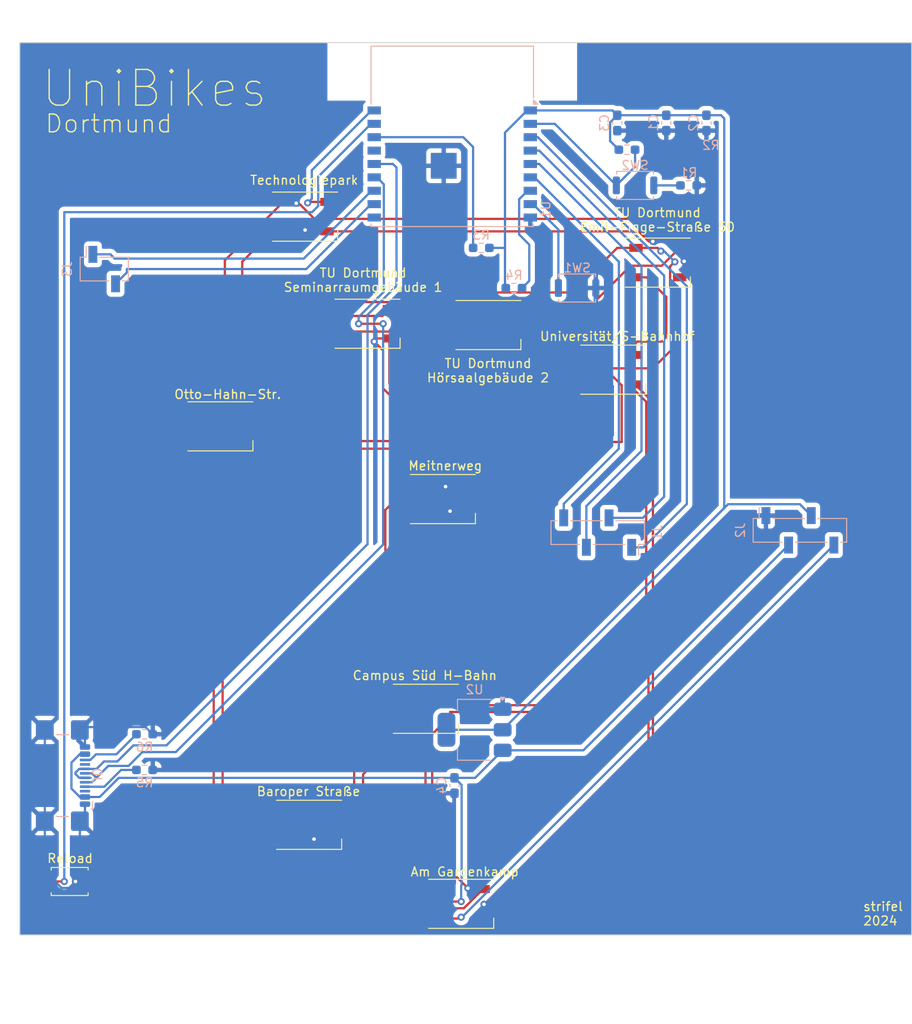
<source format=kicad_pcb>
(kicad_pcb (version 20240108) (generator "pcbnew") (generator_version "8.0")
  (layers (0 "F.Cu" signal) (31 "B.Cu" signal) (34 "B.Paste" user) (35 "F.Paste" user) (36 "B.SilkS" user "B.Silkscreen") (37 "F.SilkS" user "F.Silkscreen") (38 "B.Mask" user) (39 "F.Mask" user) (44 "Edge.Cuts" user))
  (net 0 "")
  (net 1 "Net-(D1-VDD)")
  (net 2 "Net-(D1-DOUT)")
  (net 3 "Net-(D1-DIN)")
  (net 4 "Net-(D2-DOUT)")
  (net 5 "Net-(D3-DOUT)")
  (net 6 "Net-(D10-DIN)")
  (net 7 "Net-(D5-DOUT)")
  (net 8 "Net-(D10-DOUT)")
  (net 9 "Net-(D6-DOUT)")
  (net 10 "Net-(D7-DOUT)")
  (net 11 "Net-(D2-DIN)")
  (net 12 "Net-(D4-DOUT)")
  (net 13 "Net-(U1-IO19)")
  (net 14 "Net-(J0-CC1)")
  (net 15 "Net-(U1-IO18)")
  (net 18 "Net-(J0-CC2)")
  (net 19 "Net-(J1-Pin_2)")
  (net 20 "Net-(J1-Pin_4)")
  (net 21 "Net-(J1-Pin_1)")
  (net 22 "Net-(J1-Pin_3)")
  (net 23 "Net-(J3-Pin_2)")
  (net 24 "Net-(J3-Pin_1)")
  (net 25 "Net-(R1-Pad2)")
  (net 26 "Net-(U1-EN)")
  (net 27 "Net-(U1-IO2)")
  (net 28 "Net-(U1-IO8)")
  (net 29 "Net-(U1-IO9)")
  (net 30 "Net-(U1-IO1)")
  (net 33 "Net-(J2-Pin_3)")
  (net 34 "GND")
  (footprint "LED_SMD:LED_WS2812B_PLCC4_5.0x5.0mm_P3.2mm" (layer "F.Cu") (at 151.55 80.15)
    (property "Reference" "D7" (hide yes))
    (property "Value" "WS2812B")
  )
  (footprint "LED_SMD:LED_WS2812B_PLCC4_5.0x5.0mm_P3.2mm" (layer "F.Cu") (at 144.55 123.15)
    (property "Reference" "D6" (hide yes))
    (property "Value" "WS2812B")
  )
  (footprint "LED_SMD:LED_WS2812B_PLCC4_5.0x5.0mm_P3.2mm" (layer "F.Cu") (at 170.55 73.15)
    (property "Reference" "D9" (hide yes))
    (property "Value" "WS2812B")
  )
  (footprint "Button_Switch_SMD:SW_Push_SPST_NO_Alps_SKRK" (layer "F.Cu") (at 104.6 142.5)
    (property "Reference" "SW3" (hide yes))
    (property "Value" "SW_Push")
  )
  (footprint "LED_SMD:LED_WS2812B_PLCC4_5.0x5.0mm_P3.2mm" (layer "F.Cu") (at 121.5 91.5)
    (property "Reference" "D4" (hide yes))
    (property "Value" "WS2812B")
  )
  (footprint "LED_SMD:LED_WS2812B_PLCC4_5.0x5.0mm_P3.2mm" (layer "F.Cu") (at 148.5 145)
    (property "Reference" "D10" (hide yes))
    (property "Value" "WS2812B")
  )
  (footprint "LED_SMD:LED_WS2812B_PLCC4_5.0x5.0mm_P3.2mm" (layer "F.Cu") (at 131 68)
    (property "Reference" "D1" (hide yes))
    (property "Value" "WS2812B")
  )
  (footprint "LED_SMD:LED_WS2812B_PLCC4_5.0x5.0mm_P3.2mm" (layer "F.Cu") (at 146.45 99.65)
    (property "Reference" "D3" (hide yes))
    (property "Value" "WS2812B")
  )
  (footprint "LED_SMD:LED_WS2812B_PLCC4_5.0x5.0mm_P3.2mm" (layer "F.Cu") (at 165.55 85.15)
    (property "Reference" "D2" (hide yes))
    (property "Value" "WS2812B")
  )
  (footprint "LED_SMD:LED_WS2812B_PLCC4_5.0x5.0mm_P3.2mm" (layer "F.Cu") (at 131.45 136.15)
    (property "Reference" "D8" (hide yes))
    (property "Value" "WS2812B")
  )
  (footprint "LED_SMD:LED_WS2812B_PLCC4_5.0x5.0mm_P3.2mm" (layer "F.Cu") (at 138 80)
    (property "Reference" "D5" (hide yes))
    (property "Value" "WS2812B")
  )
  (footprint "Button_Switch_SMD:SW_Push_SPST_NO_Alps_SKRK" (layer "B.Cu") (at 161.5 76 180)
    (property "Reference" "SW1")
    (property "Value" "SW_Push")
  )
  (footprint "Button_Switch_SMD:SW_Push_SPST_NO_Alps_SKRK" (layer "B.Cu") (at 168 64.5 180)
    (property "Reference" "SW2")
    (property "Value" "SW_Push")
  )
  (footprint "Resistor_SMD:R_0603_1608Metric_Pad0.98x0.95mm_HandSolder" (layer "B.Cu") (at 167.0875 60.5 180)
    (property "Reference" "R2")
    (property "Value" "10k")
  )
  (footprint "Connector_USB:USB_C_Receptacle_GCT_USB4110" (layer "B.Cu") (at 102.637519 130.631344 90)
    (property "Reference" "J0")
    (property "Value" "USB_C_Receptacle_USB2.0")
  )
  (footprint "Resistor_SMD:R_0603_1608Metric_Pad0.98x0.95mm_HandSolder" (layer "B.Cu") (at 150.75 71.5 180)
    (property "Reference" "R3")
    (property "Value" "10k")
  )
  (footprint "RF_Module:ESP32-C3-WROOM-02" (layer "B.Cu") (at 147.5 62.1 180)
    (property "Reference" "U1")
    (property "Value" "ESP32-C3")
  )
  (footprint "Connector_PinSocket_2.54mm:PinSocket_1x04_P2.54mm_Vertical_SMD_Pin1Left" (layer "B.Cu") (at 186.48 103.15 -90)
    (property "Reference" "J2")
    (property "Value" "Conn_01x04_Pin")
  )
  (footprint "Resistor_SMD:R_0603_1608Metric_Pad0.98x0.95mm_HandSolder" (layer "B.Cu") (at 154.4125 76 180)
    (property "Reference" "R4")
    (property "Value" "10k")
  )
  (footprint "Capacitor_SMD:C_0603_1608Metric_Pad1.08x0.95mm_HandSolder" (layer "B.Cu") (at 147.75 131.75 -90)
    (property "Reference" "C4")
    (property "Value" "10 uF")
  )
  (footprint "Connector_PinSocket_2.54mm:PinSocket_1x04_P2.54mm_Vertical_SMD_Pin1Left" (layer "B.Cu") (at 163.81 103.405 90)
    (property "Reference" "J1")
    (property "Value" "Conn_01x04_Pin")
  )
  (footprint "Resistor_SMD:R_0603_1608Metric_Pad0.98x0.95mm_HandSolder" (layer "B.Cu") (at 113 126)
    (property "Reference" "R6")
    (property "Value" "5.1k")
  )
  (footprint "Connector_PinSocket_2.54mm:PinSocket_1x02_P2.54mm_Vertical_SMD_Pin1Left" (layer "B.Cu") (at 108.475 73.875 -90)
    (property "Reference" "J3")
    (property "Value" "Conn_01x02_Pin")
  )
  (footprint "Package_TO_SOT_SMD:SOT-223-3_TabPin2" (layer "B.Cu") (at 150 125.5 180)
    (property "Reference" "U2")
    (property "Value" "TLV1117-33")
  )
  (footprint "Capacitor_SMD:C_0603_1608Metric_Pad1.08x0.95mm_HandSolder" (layer "B.Cu") (at 166 57.5 -90)
    (property "Reference" "C3")
    (property "Value" "100nF")
  )
  (footprint "Capacitor_SMD:C_0603_1608Metric_Pad1.08x0.95mm_HandSolder" (layer "B.Cu") (at 171.5 57.5 -90)
    (property "Reference" "C1")
    (property "Value" "10 uF")
  )
  (footprint "Resistor_SMD:R_0603_1608Metric_Pad0.98x0.95mm_HandSolder" (layer "B.Cu") (at 174 64.5 180)
    (property "Reference" "R1")
    (property "Value" "1k")
  )
  (footprint "Resistor_SMD:R_0603_1608Metric_Pad0.98x0.95mm_HandSolder" (layer "B.Cu") (at 113 130)
    (property "Reference" "R5")
    (property "Value" "5.1k")
  )
  (footprint "Capacitor_SMD:C_0603_1608Metric_Pad1.08x0.95mm_HandSolder" (layer "B.Cu") (at 176 57.5 -90)
    (property "Reference" "C2")
    (property "Value" "1 uF")
  )
  (gr_rect (start 99 48.5) (end 199 148.5) (stroke (width 0.1)) (fill none) (layer "Edge.Cuts"))
  (gr_text "Reload" (at 102 140.5 0) (layer "F.SilkS") (effects (font (size 1 1)) (justify left bottom)))
  (gr_text "Meitnerweg" (at 142.5 96.5 0) (layer "F.SilkS") (effects (font (size 1 1)) (justify left bottom)))
  (gr_text "UniBikes" (at 101.25 56 0) (layer "F.SilkS") (effects (font (size 4 4)) (justify left bottom)))
  (gr_text "Dortmund" (at 101.75 58.75 0) (layer "F.SilkS") (effects (font (size 2 2)) (justify left bottom)))
  (gr_text "Universität/S-Bahnhof" (at 157.25 82 0) (layer "F.SilkS") (effects (font (size 1 1)) (justify left bottom)))
  (gr_text "TU Dortmund\nEmil-Figge-Straße 50" (at 170.5 69.75 0) (layer "F.SilkS") (effects (font (size 1 1)) (justify bottom)))
  (gr_text "strifel\n2024" (at 193.5 147.5 0) (layer "F.SilkS") (effects (font (size 1 1)) (justify left bottom)))
  (gr_text "TU Dortmund\nSeminarraumgebäude 1" (at 137.5 76.5 0) (layer "F.SilkS") (effects (font (size 1 1)) (justify bottom)))
  (gr_text "Otto-Hahn-Str." (at 116.25 88.5 0) (layer "F.SilkS") (effects (font (size 1 1)) (justify left bottom)))
  (gr_text "Technologiepark" (at 124.75 64.5 0) (layer "F.SilkS") (effects (font (size 1 1)) (justify left bottom)))
  (gr_text "Baroper Straße" (at 125.5 133 0) (layer "F.SilkS") (effects (font (size 1 1)) (justify left bottom)))
  (gr_text "TU Dortmund\nHörsaalgebäude 2" (at 151.507978 86.645198 0) (layer "F.SilkS") (effects (font (size 1 1)) (justify bottom)))
  (gr_text "Campus Süd H-Bahn" (at 136.25 120 0) (layer "F.SilkS") (effects (font (size 1 1)) (justify left bottom)))
  (gr_text "Am Gardenkamp" (at 142.75 142 0) (layer "F.SilkS") (effects (font (size 1 1)) (justify left bottom)))
  (segment (start 122.5 135.75) (end 121.75 135) (width 0.25) (layer "F.Cu") (net 0))
  (segment (start 121.613604 136.75) (end 128.25 136.75) (width 0.25) (layer "F.Cu") (net 0))
  (segment (start 121.75 135) (end 121.75 93.5) (width 0.25) (layer "F.Cu") (net 0))
  (segment (start 128.25 135.75) (end 122.5 135.75) (width 0.25) (layer "F.Cu") (net 0))
  (segment (start 120.75 93.25) (end 120.75 135.886396) (width 0.25) (layer "F.Cu") (net 0))
  (segment (start 147.75 143.25) (end 144.5 140) (width 0.25) (layer "F.Cu") (net 0))
  (segment (start 169.25 89.75) (end 169.25 88.75) (width 0.25) (layer "F.Cu") (net 0))
  (segment (start 169.25 101) (end 169.25 89.75) (width 0.25) (layer "F.Cu") (net 0))
  (segment (start 120.75 135.886396) (end 121.613604 136.75) (width 0.25) (layer "F.Cu") (net 0))
  (segment (start 144.5 140) (end 144.5 124.75) (width 0.25) (layer "F.Cu") (net 0))
  (segment (start 147.25 122.75) (end 164.75 122.75) (width 0.25) (layer "F.Cu") (net 0))
  (segment (start 169.25 118.25) (end 169.25 101) (width 0.25) (layer "F.Cu") (net 0))
  (segment (start 145.25 95) (end 145.25 97.5) (width 0.25) (layer "F.Cu") (net 0))
  (segment (start 169.25 88.75) (end 168.075 87.575) (width 0.25) (layer "F.Cu") (net 0))
  (segment (start 124 94) (end 144.25 94) (width 0.25) (layer "F.Cu") (net 0))
  (segment (start 164.75 122.75) (end 169.25 118.25) (width 0.25) (layer "F.Cu") (net 0))
  (segment (start 169 68.25) (end 171.75 71) (width 0.25) (layer "F.Cu") (net 0))
  (segment (start 133.25 68.25) (end 169 68.25) (width 0.25) (layer "F.Cu") (net 0))
  (segment (start 144.25 94) (end 145.25 95) (width 0.25) (layer "F.Cu") (net 0))
  (segment (start 131.5 144.5) (end 145.5 144.5) (width 0.25) (layer "F.Cu") (net 1))
  (segment (start 137.5 130.5) (end 137.5 134.5) (width 0.25) (layer "F.Cu") (net 1))
  (segment (start 171.925 73.575) (end 171.925 75.925) (width 0.25) (layer "F.Cu") (net 1))
  (segment (start 145 99) (end 144 98) (width 0.25) (layer "F.Cu") (net 1))
  (segment (start 122 72.9) (end 122 89.75) (width 0.25) (layer "F.Cu") (net 1))
  (segment (start 166.5 86.9) (end 166.5 93.25) (width 0.25) (layer "F.Cu") (net 1))
  (segment (start 129.5 84.4) (end 135.55 78.35) (width 0.25) (layer "F.Cu") (net 1))
  (segment (start 129.5 90.5) (end 129.5 84.4) (width 0.25) (layer "F.Cu") (net 1))
  (segment (start 171.925 75.925) (end 173 77) (width 0.25) (layer "F.Cu") (net 1))
  (segment (start 122 89.75) (end 121.9 89.85) (width 0.25) (layer "F.Cu") (net 1))
  (segment (start 147.45 144.75) (end 146.05 143.35) (width 0.25) (layer "F.Cu") (net 1))
  (segment (start 145.5 144.5) (end 146.05 143.95) (width 0.25) (layer "F.Cu") (net 1))
  (segment (start 146.05 143.95) (end 146.05 143.35) (width 0.25) (layer "F.Cu") (net 1))
  (segment (start 166 71.5) (end 168.1 71.5) (width 0.25) (layer "F.Cu") (net 1))
  (segment (start 142.1 121.5) (end 143.5 122.9) (width 0.25) (layer "F.Cu") (net 1))
  (segment (start 121.9 89.85) (end 119.05 89.85) (width 0.25) (layer "F.Cu") (net 1))
  (segment (start 135.55 78.35) (end 136.325 77.575) (width 0.25) (layer "F.Cu") (net 1))
  (segment (start 136.325 77.575) (end 148.175 77.575) (width 0.25) (layer "F.Cu") (net 1))
  (segment (start 136.5 135.5) (end 130 135.5) (width 0.25) (layer "F.Cu") (net 1))
  (segment (start 170 85) (end 164.6 85) (width 0.25) (layer "F.Cu") (net 1))
  (segment (start 143.5 122.9) (end 143.5 130) (width 0.25) (layer "F.Cu") (net 1))
  (segment (start 166.5 93.25) (end 161.25 93.25) (width 0.25) (layer "F.Cu") (net 1))
  (segment (start 129.375 90.625) (end 129.5 90.5) (width 0.25) (layer "F.Cu") (net 1))
  (segment (start 173 77) (end 173 82) (width 0.25) (layer "F.Cu") (net 1))
  (segment (start 161 95) (end 157 99) (width 0.25) (layer "F.Cu") (net 1))
  (segment (start 119.825 90.625) (end 129.375 90.625) (width 0.25) (layer "F.Cu") (net 1))
  (segment (start 148.175 77.575) (end 149.1 78.5) (width 0.25) (layer "F.Cu") (net 1))
  (segment (start 161 93.5) (end 161 95) (width 0.25) (layer "F.Cu") (net 1))
  (segment (start 172.433715 73.066285) (end 171.925 73.575) (width 0.25) (layer "F.Cu") (net 1))
  (segment (start 130.25 137.25) (end 130.25 143.25) (width 0.25) (layer "F.Cu") (net 1))
  (segment (start 130 135.5) (end 129 134.5) (width 0.25) (layer "F.Cu") (net 1))
  (segment (start 130.25 143.25) (end 131.5 144.5) (width 0.25) (layer "F.Cu") (net 1))
  (segment (start 129 134.5) (end 129 136) (width 0.25) (layer "F.Cu") (net 1))
  (segment (start 140 100.863604) (end 140 119.4) (width 0.25) (layer "F.Cu") (net 1))
  (segment (start 149.1 78.5) (end 151.1 76.5) (width 0.25) (layer "F.Cu") (net 1))
  (segment (start 128.55 66.35) (end 122 72.9) (width 0.25) (layer "F.Cu") (net 1))
  (segment (start 144 98) (end 144 100) (width 0.25) (layer "F.Cu") (net 1))
  (segment (start 137.5 134.5) (end 136.5 135.5) (width 0.25) (layer "F.Cu") (net 1))
  (segment (start 161.25 93.25) (end 161 93.5) (width 0.25) (layer "F.Cu") (net 1))
  (segment (start 144 100) (end 140.863604 100) (width 0.25) (layer "F.Cu") (net 1))
  (segment (start 172.45902 73.066285) (end 172.433715 73.066285) (width 0.25) (layer "F.Cu") (net 1))
  (segment (start 140.863604 100) (end 140 100.863604) (width 0.25) (layer "F.Cu") (net 1))
  (segment (start 119.05 89.85) (end 119.825 90.625) (width 0.25) (layer "F.Cu") (net 1))
  (segment (start 143.5 130) (end 138 130) (width 0.25) (layer "F.Cu") (net 1))
  (segment (start 140 119.4) (end 142.1 121.5) (width 0.25) (layer "F.Cu") (net 1))
  (segment (start 129 136) (end 130.25 137.25) (width 0.25) (layer "F.Cu") (net 1))
  (segment (start 161 76.5) (end 166 71.5) (width 0.25) (layer "F.Cu") (net 1))
  (segment (start 151.1 76.5) (end 161 76.5) (width 0.25) (layer "F.Cu") (net 1))
  (segment (start 170.525306 71.5) (end 170.887653 71.862347) (width 0.25) (layer "F.Cu") (net 1))
  (segment (start 168.1 71.5) (end 170.525306 71.5) (width 0.25) (layer "F.Cu") (net 1))
  (segment (start 164.6 85) (end 163.1 83.5) (width 0.25) (layer "F.Cu") (net 1))
  (segment (start 148.5 144.75) (end 147.45 144.75) (width 0.25) (layer "F.Cu") (net 1))
  (segment (start 138 130) (end 137.5 130.5) (width 0.25) (layer "F.Cu") (net 1))
  (segment (start 163.1 83.5) (end 166.5 86.9) (width 0.25) (layer "F.Cu") (net 1))
  (segment (start 173 82) (end 170 85) (width 0.25) (layer "F.Cu") (net 1))
  (segment (start 157 99) (end 145 99) (width 0.25) (layer "F.Cu") (net 1))
  (via (at 148.5 144.75) (size 0.8) (drill 0.4) (layers "F.Cu" "B.Cu") (net 1))
  (via (at 170.887653 71.862347) (size 0.8) (drill 0.4) (layers "F.Cu" "B.Cu") (net 1))
  (via (at 172.45902 73.066285) (size 0.8) (drill 0.4) (layers "F.Cu" "B.Cu") (net 1))
  (segment (start 110.1125 130.8875) (end 147.75 130.8875) (width 0.25) (layer "B.Cu") (net 1))
  (segment (start 104.8 129.173864) (end 105.74252 128.231344) (width 0.25) (layer "B.Cu") (net 1))
  (segment (start 148.5 142.974695) (end 148.5 144.75) (width 0.25) (layer "B.Cu") (net 1))
  (segment (start 162.21 127.8) (end 153.15 127.8) (width 0.25) (layer "B.Cu") (net 1))
  (segment (start 150.0625 130.8875) (end 153.15 127.8) (width 0.25) (layer "B.Cu") (net 1))
  (segment (start 105.74252 128.231344) (end 106.317519 128.231344) (width 0.25) (layer "B.Cu") (net 1))
  (segment (start 106.317519 133.031344) (end 107.968656 133.031344) (width 0.25) (layer "B.Cu") (net 1))
  (segment (start 170.887653 71.862347) (end 171.255082 71.862347) (width 0.25) (layer "B.Cu") (net 1))
  (segment (start 104.8 132.088876) (end 104.8 129.173864) (width 0.25) (layer "B.Cu") (net 1))
  (segment (start 106.317519 133.031344) (end 105.742468 133.031344) (width 0.25) (layer "B.Cu") (net 1))
  (segment (start 147.75 130.8875) (end 150.0625 130.8875) (width 0.25) (layer "B.Cu") (net 1))
  (segment (start 148.55 142.924695) (end 148.55 131.6875) (width 0.25) (layer "B.Cu") (net 1))
  (segment (start 148.55 131.6875) (end 147.75 130.8875) (width 0.25) (layer "B.Cu") (net 1))
  (segment (start 107.968656 133.031344) (end 110.1125 130.8875) (width 0.25) (layer "B.Cu") (net 1))
  (segment (start 105.742468 133.031344) (end 104.8 132.088876) (width 0.25) (layer "B.Cu") (net 1))
  (segment (start 171.255082 71.862347) (end 172.45902 73.066285) (width 0.25) (layer "B.Cu") (net 1))
  (segment (start 185.21 104.8) (end 162.21 127.8) (width 0.25) (layer "B.Cu") (net 1))
  (segment (start 148.55 142.924695) (end 148.5 142.974695) (width 0.25) (layer "B.Cu") (net 1))
  (segment (start 153.45 127.5) (end 153.15 127.8) (width 0.25) (layer "B.Cu") (net 1))
  (segment (start 123.95 73.05) (end 123.95 89.85) (width 0.25) (layer "F.Cu") (net 2))
  (segment (start 128.55 69.65) (end 127.35 69.65) (width 0.25) (layer "F.Cu") (net 2))
  (segment (start 127.35 69.65) (end 123.95 73.05) (width 0.25) (layer "F.Cu") (net 2))
  (segment (start 131.287653 66.462347) (end 131.4 66.35) (width 0.25) (layer "F.Cu") (net 3))
  (segment (start 131.4 66.35) (end 133.45 66.35) (width 0.25) (layer "F.Cu") (net 3))
  (via (at 131.287653 66.462347) (size 0.8) (drill 0.4) (layers "F.Cu" "B.Cu") (net 3))
  (segment (start 131.287653 66.462347) (end 131.75 66) (width 0.25) (layer "B.Cu") (net 3))
  (segment (start 131.75 66) (end 131.75 62.8) (width 0.25) (layer "B.Cu") (net 3))
  (segment (start 131.75 62.8) (end 138.45 56.1) (width 0.25) (layer "B.Cu") (net 3))
  (segment (start 138.45 56.1) (end 138.75 56.1) (width 0.25) (layer "B.Cu") (net 3))
  (segment (start 160 92.75) (end 160 95) (width 0.25) (layer "F.Cu") (net 4))
  (segment (start 163.1 86.8) (end 165.3 86.8) (width 0.25) (layer "F.Cu") (net 4))
  (segment (start 160.25 92.5) (end 160 92.75) (width 0.25) (layer "F.Cu") (net 4))
  (segment (start 165.5 92.5) (end 160.25 92.5) (width 0.25) (layer "F.Cu") (net 4))
  (segment (start 165.5 87) (end 165.5 92.5) (width 0.25) (layer "F.Cu") (net 4))
  (segment (start 160 95) (end 157 98) (width 0.25) (layer "F.Cu") (net 4))
  (segment (start 165.3 86.8) (end 165.5 87) (width 0.25) (layer "F.Cu") (net 4))
  (segment (start 157 98) (end 148.9 98) (width 0.25) (layer "F.Cu") (net 4))
  (segment (start 141 101.5) (end 141 119) (width 0.25) (layer "F.Cu") (net 5))
  (segment (start 145 119.5) (end 141.5 119.5) (width 0.25) (layer "F.Cu") (net 5))
  (segment (start 141.5 119.5) (end 141 119) (width 0.25) (layer "F.Cu") (net 5))
  (segment (start 141.2 101.3) (end 141 101.5) (width 0.25) (layer "F.Cu") (net 5))
  (segment (start 145 119.5) (end 147 121.5) (width 0.25) (layer "F.Cu") (net 5))
  (segment (start 144 101.3) (end 141.2 101.3) (width 0.25) (layer "F.Cu") (net 5))
  (segment (start 148.8 145.5) (end 148.75 145.5) (width 0.25) (layer "F.Cu") (net 6))
  (segment (start 150.95 143.35) (end 148.8 145.5) (width 0.25) (layer "F.Cu") (net 6))
  (segment (start 131 145.5) (end 148.75 145.5) (width 0.25) (layer "F.Cu") (net 6))
  (segment (start 129 143.5) (end 131 145.5) (width 0.25) (layer "F.Cu") (net 6))
  (segment (start 129 137.8) (end 129 143.5) (width 0.25) (layer "F.Cu") (net 6))
  (segment (start 129 137.8) (end 129.8 137.8) (width 0.25) (layer "F.Cu") (net 6))
  (segment (start 151.625 80.875) (end 154 78.5) (width 0.25) (layer "F.Cu") (net 7))
  (segment (start 136.325 80.875) (end 151.625 80.875) (width 0.25) (layer "F.Cu") (net 7))
  (segment (start 135.55 81.65) (end 136.325 80.875) (width 0.25) (layer "F.Cu") (net 7))
  (segment (start 146.05 146.65) (end 148.35 146.65) (width 0.25) (layer "F.Cu") (net 8))
  (segment (start 148.35 146.65) (end 148.5 146.5) (width 0.25) (layer "F.Cu") (net 8))
  (via (at 148.5 146.5) (size 0.8) (drill 0.4) (layers "F.Cu" "B.Cu") (net 8))
  (segment (start 148.5 146.5) (end 148.59 146.5) (width 0.25) (layer "B.Cu") (net 8))
  (segment (start 148.59 146.5) (end 190.29 104.8) (width 0.25) (layer "B.Cu") (net 8))
  (segment (start 142.1 124.8) (end 142.1 128.9) (width 0.25) (layer "F.Cu") (net 9))
  (segment (start 136 134.5) (end 133.9 134.5) (width 0.25) (layer "F.Cu") (net 9))
  (segment (start 136.75 129) (end 136.5 129.25) (width 0.25) (layer "F.Cu") (net 9))
  (segment (start 136.5 129.25) (end 136.5 134) (width 0.25) (layer "F.Cu") (net 9))
  (segment (start 142 129) (end 136.75 129) (width 0.25) (layer "F.Cu") (net 9))
  (segment (start 136.5 134) (end 136 134.5) (width 0.25) (layer "F.Cu") (net 9))
  (segment (start 142.1 128.9) (end 142 129) (width 0.25) (layer "F.Cu") (net 9))
  (segment (start 167.5 73.5) (end 171 73.5) (width 0.25) (layer "F.Cu") (net 10))
  (segment (start 171 73.5) (end 173 71.5) (width 0.25) (layer "F.Cu") (net 10))
  (segment (start 161.725 79.275) (end 167.5 73.5) (width 0.25) (layer "F.Cu") (net 10))
  (segment (start 149.1 81.8) (end 152.15 81.8) (width 0.25) (layer "F.Cu") (net 10))
  (segment (start 152.15 81.8) (end 154.675 79.275) (width 0.25) (layer "F.Cu") (net 10))
  (segment (start 154.675 79.275) (end 161.725 79.275) (width 0.25) (layer "F.Cu") (net 10))
  (segment (start 168 82.25) (end 168 83.5) (width 0.25) (layer "F.Cu") (net 11))
  (segment (start 168.25 82) (end 168 82.25) (width 0.25) (layer "F.Cu") (net 11))
  (segment (start 169.3 74.8) (end 171.5 77) (width 0.25) (layer "F.Cu") (net 11))
  (segment (start 171.5 81.5) (end 171 82) (width 0.25) (layer "F.Cu") (net 11))
  (segment (start 171 82) (end 168.25 82) (width 0.25) (layer "F.Cu") (net 11))
  (segment (start 171.5 77) (end 171.5 81.5) (width 0.25) (layer "F.Cu") (net 11))
  (segment (start 168.1 74.8) (end 169.3 74.8) (width 0.25) (layer "F.Cu") (net 11))
  (segment (start 139.675 79.125) (end 140.45 78.35) (width 0.25) (layer "F.Cu") (net 12))
  (segment (start 130.25 92) (end 130.5 91.75) (width 0.25) (layer "F.Cu") (net 12))
  (segment (start 130.5 91.75) (end 130.5 84.85) (width 0.25) (layer "F.Cu") (net 12))
  (segment (start 136.225 79.125) (end 139.675 79.125) (width 0.25) (layer "F.Cu") (net 12))
  (segment (start 120.2 92) (end 130.25 92) (width 0.25) (layer "F.Cu") (net 12))
  (segment (start 130.5 84.85) (end 136.225 79.125) (width 0.25) (layer "F.Cu") (net 12))
  (segment (start 119.05 93.15) (end 120.2 92) (width 0.25) (layer "F.Cu") (net 12))
  (segment (start 106.317519 130.881344) (end 106.960283 130.881344) (width 0.25) (layer "B.Cu") (net 13))
  (segment (start 111.75 127.25) (end 115.452076 127.25) (width 0.25) (layer "B.Cu") (net 13))
  (segment (start 138 79) (end 141.25 75.75) (width 0.25) (layer "B.Cu") (net 13))
  (segment (start 141.25 62.5) (end 140.85 62.1) (width 0.25) (layer "B.Cu") (net 13))
  (segment (start 115.452076 127.25) (end 138 104.702076) (width 0.25) (layer "B.Cu") (net 13))
  (segment (start 108.45 129.05) (end 109.95 129.05) (width 0.25) (layer "B.Cu") (net 13))
  (segment (start 105.674755 129.881344) (end 106.317519 129.881344) (width 0.25) (layer "B.Cu") (net 13))
  (segment (start 105.25 130.306099) (end 105.674755 129.881344) (width 0.25) (layer "B.Cu") (net 13))
  (segment (start 140.85 62.1) (end 138.75 62.1) (width 0.25) (layer "B.Cu") (net 13))
  (segment (start 105.25 130.456589) (end 105.25 130.306099) (width 0.25) (layer "B.Cu") (net 13))
  (segment (start 107.618656 129.881344) (end 108.45 129.05) (width 0.25) (layer "B.Cu") (net 13))
  (segment (start 141.25 75.75) (end 141.25 62.5) (width 0.25) (layer "B.Cu") (net 13))
  (segment (start 138 104.702076) (end 138 79) (width 0.25) (layer "B.Cu") (net 13))
  (segment (start 106.317519 130.881344) (end 105.674755 130.881344) (width 0.25) (layer "B.Cu") (net 13))
  (segment (start 106.317519 129.881344) (end 107.618656 129.881344) (width 0.25) (layer "B.Cu") (net 13))
  (segment (start 105.674755 130.881344) (end 105.25 130.456589) (width 0.25) (layer "B.Cu") (net 13))
  (segment (start 109.95 129.05) (end 111.75 127.25) (width 0.25) (layer "B.Cu") (net 13))
  (segment (start 108.48226 131.881344) (end 110.363604 130) (width 0.25) (layer "B.Cu") (net 14))
  (segment (start 110.363604 130) (end 112.0875 130) (width 0.25) (layer "B.Cu") (net 14))
  (segment (start 106.317519 131.881344) (end 108.48226 131.881344) (width 0.25) (layer "B.Cu") (net 14))
  (segment (start 139.75 80) (end 137 80) (width 0.25) (layer "F.Cu") (net 15))
  (via (at 139.75 80) (size 0.8) (drill 0.4) (layers "F.Cu" "B.Cu") (net 15))
  (via (at 137 80) (size 0.8) (drill 0.4) (layers "F.Cu" "B.Cu") (net 15))
  (segment (start 139.05 63.6) (end 138.75 63.6) (width 0.25) (layer "B.Cu") (net 15))
  (segment (start 139.75 104.75) (end 139.75 80) (width 0.25) (layer "B.Cu") (net 15))
  (segment (start 107.5 130.978023) (end 107.096679 131.381344) (width 0.25) (layer "B.Cu") (net 15))
  (segment (start 116.5 128) (end 139.75 104.75) (width 0.25) (layer "B.Cu") (net 15))
  (segment (start 106.317519 130.381344) (end 107.096679 130.381344) (width 0.25) (layer "B.Cu") (net 15))
  (segment (start 111.2 129.55) (end 112.75 128) (width 0.25) (layer "B.Cu") (net 15))
  (segment (start 108.928023 129.55) (end 111.2 129.55) (width 0.25) (layer "B.Cu") (net 15))
  (segment (start 107.096679 131.381344) (end 106.317519 131.381344) (width 0.25) (layer "B.Cu") (net 15))
  (segment (start 107.5 130.784665) (end 107.5 130.978023) (width 0.25) (layer "B.Cu") (net 15))
  (segment (start 112.75 128) (end 116.5 128) (width 0.25) (layer "B.Cu") (net 15))
  (segment (start 139.825 76.425) (end 139.825 64.375) (width 0.25) (layer "B.Cu") (net 15))
  (segment (start 107.5 130.978023) (end 108.928023 129.55) (width 0.25) (layer "B.Cu") (net 15))
  (segment (start 107.096679 130.381344) (end 107.5 130.784665) (width 0.25) (layer "B.Cu") (net 15))
  (segment (start 139.825 64.375) (end 139.05 63.6) (width 0.25) (layer "B.Cu") (net 15))
  (segment (start 137 80) (end 137 79.25) (width 0.25) (layer "B.Cu") (net 15))
  (segment (start 137 79.25) (end 139.825 76.425) (width 0.25) (layer "B.Cu") (net 15))
  (segment (start 106.317519 128.881344) (end 106.918427 128.881344) (width 0.25) (layer "B.Cu") (net 18))
  (segment (start 107.549771 128.25) (end 109.8375 128.25) (width 0.25) (layer "B.Cu") (net 18))
  (segment (start 109.8375 128.25) (end 112.0875 126) (width 0.25) (layer "B.Cu") (net 18))
  (segment (start 106.918427 128.881344) (end 107.549771 128.25) (width 0.25) (layer "B.Cu") (net 18))
  (segment (start 171.26 74.61) (end 171.26 99.375) (width 0.25) (layer "B.Cu") (net 19))
  (segment (start 171.26 99.375) (end 168.885 101.75) (width 0.25) (layer "B.Cu") (net 19))
  (segment (start 157.25 60.6) (end 171.26 74.61) (width 0.25) (layer "B.Cu") (net 19))
  (segment (start 168.885 101.75) (end 165.08 101.75) (width 0.25) (layer "B.Cu") (net 19))
  (segment (start 156.25 60.6) (end 157.25 60.6) (width 0.25) (layer "B.Cu") (net 19))
  (segment (start 166.18 73.055) (end 156.725 63.6) (width 0.25) (layer "B.Cu") (net 20))
  (segment (start 166.18 94) (end 160 100.18) (width 0.25) (layer "B.Cu") (net 20))
  (segment (start 156.725 63.6) (end 156.25 63.6) (width 0.25) (layer "B.Cu") (net 20))
  (segment (start 166.18 94) (end 166.18 73.055) (width 0.25) (layer "B.Cu") (net 20))
  (segment (start 160 100.18) (end 160 101.75) (width 0.25) (layer "B.Cu") (net 20))
  (segment (start 173.8 100.2) (end 168.94 105.06) (width 0.25) (layer "B.Cu") (net 21))
  (segment (start 168.94 105.06) (end 167.62 105.06) (width 0.25) (layer "B.Cu") (net 21))
  (segment (start 157.1 59.1) (end 173.8 75.8) (width 0.25) (layer "B.Cu") (net 21))
  (segment (start 156.25 59.1) (end 157.1 59.1) (width 0.25) (layer "B.Cu") (net 21))
  (segment (start 173.8 75.8) (end 173.8 100.2) (width 0.25) (layer "B.Cu") (net 21))
  (segment (start 157.25 62.1) (end 156.25 62.1) (width 0.25) (layer "B.Cu") (net 22))
  (segment (start 168.72 73.57) (end 157.25 62.1) (width 0.25) (layer "B.Cu") (net 22))
  (segment (start 162.54 100.43) (end 162.54 105.06) (width 0.25) (layer "B.Cu") (net 22))
  (segment (start 168.72 94.25) (end 162.54 100.43) (width 0.25) (layer "B.Cu") (net 22))
  (segment (start 168.72 94.25) (end 168.72 73.57) (width 0.25) (layer "B.Cu") (net 22))
  (segment (start 111.015 73.875) (end 111.015 74.255) (width 0.25) (layer "B.Cu") (net 23))
  (segment (start 138.4 66.6) (end 131.125 73.875) (width 0.25) (layer "B.Cu") (net 23))
  (segment (start 111.015 74.255) (end 109.745 75.525) (width 0.25) (layer "B.Cu") (net 23))
  (segment (start 131.125 73.875) (end 111.015 73.875) (width 0.25) (layer "B.Cu") (net 23))
  (segment (start 138.75 66.6) (end 138.4 66.6) (width 0.25) (layer "B.Cu") (net 23))
  (segment (start 109.175 72.225) (end 107.205 72.225) (width 0.25) (layer "B.Cu") (net 24))
  (segment (start 130.85 72.7) (end 109.65 72.7) (width 0.25) (layer "B.Cu") (net 24))
  (segment (start 138.45 65.1) (end 130.85 72.7) (width 0.25) (layer "B.Cu") (net 24))
  (segment (start 138.75 65.1) (end 138.45 65.1) (width 0.25) (layer "B.Cu") (net 24))
  (segment (start 109.65 72.7) (end 109.175 72.225) (width 0.25) (layer "B.Cu") (net 24))
  (segment (start 170.1 64.5) (end 173.0875 64.5) (width 0.25) (layer "B.Cu") (net 25))
  (segment (start 159 57.6) (end 156.25 57.6) (width 0.25) (layer "B.Cu") (net 26))
  (segment (start 168 60.5) (end 168 62.4) (width 0.25) (layer "B.Cu") (net 26))
  (segment (start 165.9 64.5) (end 159 57.6) (width 0.25) (layer "B.Cu") (net 26))
  (segment (start 168 62.4) (end 165.9 64.5) (width 0.25) (layer "B.Cu") (net 26))
  (segment (start 149.8375 60.2) (end 149.8375 71.5) (width 0.25) (layer "B.Cu") (net 27))
  (segment (start 148.7375 59.1) (end 149.8375 60.2) (width 0.25) (layer "B.Cu") (net 27))
  (segment (start 148.7375 59.1) (end 138.75 59.1) (width 0.25) (layer "B.Cu") (net 27))
  (segment (start 156.1375 71.1375) (end 156.1375 75.1875) (width 0.25) (layer "B.Cu") (net 28))
  (segment (start 155.95 65.1) (end 155 66.05) (width 0.25) (layer "B.Cu") (net 28))
  (segment (start 155 70) (end 156.1375 71.1375) (width 0.25) (layer "B.Cu") (net 28))
  (segment (start 156.1375 75.1875) (end 155.325 76) (width 0.25) (layer "B.Cu") (net 28))
  (segment (start 156.25 65.1) (end 155.95 65.1) (width 0.25) (layer "B.Cu") (net 28))
  (segment (start 155 66.05) (end 155 70) (width 0.25) (layer "B.Cu") (net 28))
  (segment (start 156.55 66.6) (end 159.4 69.45) (width 0.25) (layer "B.Cu") (net 29))
  (segment (start 156.25 66.6) (end 156.55 66.6) (width 0.25) (layer "B.Cu") (net 29))
  (segment (start 159.4 69.45) (end 159.4 76) (width 0.25) (layer "B.Cu") (net 29))
  (segment (start 102.5 142.5) (end 104 142.5) (width 0.25) (layer "F.Cu") (net 30))
  (via (at 104 142.5) (size 0.8) (drill 0.4) (layers "F.Cu" "B.Cu") (net 30))
  (segment (start 132.475 63.525) (end 132.475 66.800305) (width 0.25) (layer "B.Cu") (net 30))
  (segment (start 104 142.5) (end 104 67.5) (width 0.25) (layer "B.Cu") (net 30))
  (segment (start 138.4 57.6) (end 132.475 63.525) (width 0.25) (layer "B.Cu") (net 30))
  (segment (start 138.75 57.6) (end 138.4 57.6) (width 0.25) (layer "B.Cu") (net 30))
  (segment (start 131.775305 67.5) (end 104 67.5) (width 0.25) (layer "B.Cu") (net 30))
  (segment (start 132.475 66.800305) (end 131.775305 67.5) (width 0.25) (layer "B.Cu") (net 30))
  (segment (start 155.9 56.1) (end 153.4125 58.5875) (width 0.25) (layer "B.Cu") (net 33))
  (segment (start 165.2 57.4375) (end 166 56.6375) (width 0.25) (layer "B.Cu") (net 33))
  (segment (start 156.25 56.1) (end 165.4625 56.1) (width 0.25) (layer "B.Cu") (net 33))
  (segment (start 177.6375 56.6375) (end 178 57) (width 0.25) (layer "B.Cu") (net 33))
  (segment (start 166 56.6375) (end 171.5 56.6375) (width 0.25) (layer "B.Cu") (net 33))
  (segment (start 178 57) (end 178 100.65) (width 0.25) (layer "B.Cu") (net 33))
  (segment (start 151.6625 71.5) (end 153.4125 71.5) (width 0.25) (layer "B.Cu") (net 33))
  (segment (start 153.4125 75.9125) (end 153.5 76) (width 0.25) (layer "B.Cu") (net 33))
  (segment (start 165.2 59.525) (end 165.2 57.4375) (width 0.25) (layer "B.Cu") (net 33))
  (segment (start 186.475 100.225) (end 178.425 100.225) (width 0.25) (layer "B.Cu") (net 33))
  (segment (start 156.25 56.1) (end 155.9 56.1) (width 0.25) (layer "B.Cu") (net 33))
  (segment (start 170.075 108.575) (end 153.15 125.5) (width 0.25) (layer "B.Cu") (net 33))
  (segment (start 153.4125 71.5) (end 153.4125 75.9125) (width 0.25) (layer "B.Cu") (net 33))
  (segment (start 178.425 100.225) (end 176.7 101.95) (width 0.25) (layer "B.Cu") (net 33))
  (segment (start 176.7 101.95) (end 170.075 108.575) (width 0.25) (layer "B.Cu") (net 33))
  (segment (start 165.4625 56.1) (end 166 56.6375) (width 0.25) (layer "B.Cu") (net 33))
  (segment (start 153.4125 58.5875) (end 153.4125 71.5) (width 0.25) (layer "B.Cu") (net 33))
  (segment (start 187.75 101.5) (end 186.475 100.225) (width 0.25) (layer "B.Cu") (net 33))
  (segment (start 171.5 56.6375) (end 176 56.6375) (width 0.25) (layer "B.Cu") (net 33))
  (segment (start 176 56.6375) (end 177.6375 56.6375) (width 0.25) (layer "B.Cu") (net 33))
  (segment (start 153.15 125.5) (end 146.85 125.5) (width 0.25) (layer "B.Cu") (net 33))
  (segment (start 178 100.65) (end 176.7 101.95) (width 0.25) (layer "B.Cu") (net 33))
  (segment (start 166.175 60.5) (end 165.2 59.525) (width 0.25) (layer "B.Cu") (net 33))
  (segment (start 170 108.65) (end 170.075 108.575) (width 0.25) (layer "B.Cu") (net 33))
  (segment (start 146 88) (end 146 85) (width 0.25) (layer "F.Cu") (net 34))
  (segment (start 123.95 93.15) (end 144.9 93.15) (width 0.25) (layer "F.Cu") (net 34))
  (segment (start 132.05 137.8) (end 132 137.75) (width 0.25) (layer "F.Cu") (net 34))
  (segment (start 139.75 87.25) (end 141.25 88.75) (width 0.25) (layer "F.Cu") (net 34))
  (segment (start 141.75 88) (end 146 88) (width 0.25) (layer "F.Cu") (net 34))
  (segment (start 152 82.25) (end 153.55 82.25) (width 0.25) (layer "F.Cu") (net 34))
  (segment (start 169.5 119.25) (end 165.25 123.5) (width 0.25) (layer "F.Cu") (net 34))
  (segment (start 151.057653 145.057653) (end 151.967652 145.057653) (width 0.25) (layer "F.Cu") (net 34))
  (segment (start 173.725 74.075) (end 173 74.8) (width 0.25) (layer "F.Cu") (net 34))
  (segment (start 141.25 88.75) (end 146 88.75) (width 0.25) (layer "F.Cu") (net 34))
  (segment (start 151.057653 145.057653) (end 151.092347 145.057653) (width 0.25) (layer "F.Cu") (net 34))
  (segment (start 131.15 69.65) (end 133.45 69.65) (width 0.25) (layer "F.Cu") (net 34))
  (segment (start 173.5 73) (end 173.725 73.225) (width 0.25) (layer "F.Cu") (net 34))
  (segment (start 144.9 93.15) (end 146 94.25) (width 0.25) (layer "F.Cu") (net 34))
  (segment (start 146 88.75) (end 146 89.75) (width 0.25) (layer "F.Cu") (net 34))
  (segment (start 165.25 123.5) (end 147.25 123.5) (width 0.25) (layer "F.Cu") (net 34))
  (segment (start 170 127.025305) (end 170 88.8) (width 0.25) (layer "F.Cu") (net 34))
  (segment (start 154 82) (end 150 86) (width 0.25) (layer "F.Cu") (net 34))
  (segment (start 145.25 139.25) (end 149.25 143.25) (width 0.25) (layer "F.Cu") (net 34))
  (segment (start 151.057653 146.542347) (end 150.95 146.65) (width 0.25) (layer "F.Cu") (net 34))
  (segment (start 153.55 82.25) (end 154 81.8) (width 0.25) (layer "F.Cu") (net 34))
  (segment (start 149.5 84.75) (end 152 82.25) (width 0.25) (layer "F.Cu") (net 34))
  (segment (start 140.45 86.7) (end 141.75 88) (width 0.25) (layer "F.Cu") (net 34))
  (segment (start 147 124.8) (end 146.45 124.8) (width 0.25) (layer "F.Cu") (net 34))
  (segment (start 150 86) (end 146.75 86) (width 0.25) (layer "F.Cu") (net 34))
  (segment (start 140.45 81.65) (end 140.45 86.7) (width 0.25) (layer "F.Cu") (net 34))
  (segment (start 139.1 81.65) (end 138.75 82) (width 0.25) (layer "F.Cu") (net 34))
  (segment (start 139.75 83) (end 139.75 87.25) (width 0.25) (layer "F.Cu") (net 34))
  (segment (start 146.25 84.75) (end 149.5 84.75) (width 0.25) (layer "F.Cu") (net 34))
  (segment (start 148.9 101.3) (end 147.55 101.3) (width 0.25) (layer "F.Cu") (net 34))
  (segment (start 130.3 66.5) (end 130 66.5) (width 0.25) (layer "F.Cu") (net 34))
  (segment (start 131 69.5) (end 131.15 69.65) (width 0.25) (layer "F.Cu") (net 34))
  (segment (start 146 85) (end 146.25 84.75) (width 0.25) (layer "F.Cu") (net 34))
  (segment (start 146 94.25) (end 146 89.75) (width 0.25) (layer "F.Cu") (net 34))
  (segment (start 168.4 69.65) (end 133.45 69.65) (width 0.25) (layer "F.Cu") (net 34))
  (segment (start 151.967652 145.057653) (end 170 127.025305) (width 0.25) (layer "F.Cu") (net 34))
  (segment (start 133.9 137.8) (end 132.05 137.8) (width 0.25) (layer "F.Cu") (net 34))
  (segment (start 138.75 82) (end 139.75 83) (width 0.25) (layer "F.Cu") (net 34))
  (segment (start 169.988579 70.775) (end 169.525 70.775) (width 0.25) (layer "F.Cu") (net 34))
  (segment (start 133.45 69.65) (end 130.3 66.5) (width 0.25) (layer "F.Cu") (net 34))
  (segment (start 151.057653 145.057653) (end 151.057653 146.542347) (width 0.25) (layer "F.Cu") (net 34))
  (segment (start 169.525 70.775) (end 168.4 69.65) (width 0.25) (layer "F.Cu") (net 34))
  (segment (start 146.45 124.8) (end 145.25 126) (width 0.25) (layer "F.Cu") (net 34))
  (segment (start 169.5 126.65) (end 169.5 119.25) (width 0.25) (layer "F.Cu") (net 34))
  (segment (start 154 81.8) (end 154 82) (width 0.25) (layer "F.Cu") (net 34))
  (segment (start 145.25 126) (end 145.25 139.25) (width 0.25) (layer "F.Cu") (net 34))
  (segment (start 147.55 101.3) (end 147.25 101) (width 0.25) (layer "F.Cu") (net 34))
  (segment (start 146.75 98) (end 146.75 98.25) (width 0.25) (layer "F.Cu") (net 34))
  (segment (start 173.725 73.225) (end 173.725 74.075) (width 0.25) (layer "F.Cu") (net 34))
  (segment (start 170 88.8) (end 168 86.8) (width 0.25) (layer "F.Cu") (net 34))
  (segment (start 140.45 81.65) (end 139.1 81.65) (width 0.25) (layer "F.Cu") (net 34))
  (segment (start 146.75 86) (end 146.75 98) (width 0.25) (layer "F.Cu") (net 34))
  (segment (start 130.25 66.5) (end 130 66.5) (width 0.25) (layer "F.Cu") (net 34))
  (segment (start 106.7 142.5) (end 105.25 142.5) (width 0.25) (layer "F.Cu") (net 34))
  (segment (start 151.092347 145.057653) (end 169.5 126.65) (width 0.25) (layer "F.Cu") (net 34))
  (via (at 105.25 142.5) (size 0.8) (drill 0.4) (layers "F.Cu" "B.Cu") (net 34))
  (via (at 138.75 82) (size 0.8) (drill 0.4) (layers "F.Cu" "B.Cu") (net 34))
  (via (at 147.25 101) (size 0.8) (drill 0.4) (layers "F.Cu" "B.Cu") (net 34))
  (via (at 146.75 98.25) (size 0.8) (drill 0.4) (layers "F.Cu" "B.Cu") (net 34))
  (via (at 131 69.5) (size 0.8) (drill 0.4) (layers "F.Cu" "B.Cu") (net 34))
  (via (at 169.988579 70.775) (size 0.8) (drill 0.4) (layers "F.Cu" "B.Cu") (net 34))
  (via (at 130 66.5) (size 0.8) (drill 0.4) (layers "F.Cu" "B.Cu") (net 34))
  (via (at 173.5 73) (size 0.8) (drill 0.4) (layers "F.Cu" "B.Cu") (net 34))
  (via (at 151.057653 145.057653) (size 0.8) (drill 0.4) (layers "F.Cu" "B.Cu") (net 34))
  (via (at 132 137.75) (size 0.8) (drill 0.4) (layers "F.Cu" "B.Cu") (net 34))
  (via (at 149.25 143.25) (size 0.8) (drill 0.4) (layers "F.Cu" "B.Cu") (net 34))
  (segment (start 101.812519 125.521344) (end 101.812519 135.741344) (width 0.25) (layer "B.Cu") (net 34))
  (segment (start 104.525 143.225) (end 105.25 142.5) (width 0.25) (layer "B.Cu") (net 34))
  (segment (start 105.742519 135.741344) (end 105.742519 142.007481) (width 0.25) (layer "B.Cu") (net 34))
  (segment (start 171.300305 70.775) (end 173.5 72.974695) (width 0.25) (layer "B.Cu") (net 34))
  (segment (start 105.742519 125.521344) (end 106.063863 125.2) (width 0.25) (layer "B.Cu") (net 34))
  (segment (start 101.812519 135.741344) (end 101.812519 141.337824) (width 0.25) (layer "B.Cu") (net 34))
  (segment (start 106.317519 126.096344) (end 105.742519 125.521344) (width 0.25) (layer "B.Cu") (net 34))
  (segment (start 106.317519 135.166344) (end 105.742519 135.741344) (width 0.25) (layer "B.Cu") (net 34))
  (segment (start 103.699695 143.225) (end 104.525 143.225) (width 0.25) (layer "B.Cu") (net 34))
  (segment (start 173.5 72.974695) (end 173.5 73) (width 0.25) (layer "B.Cu") (net 34))
  (segment (start 169.988579 70.775) (end 171.300305 70.775) (width 0.25) (layer "B.Cu") (net 34))
  (segment (start 106.317519 127.431344) (end 106.317519 126.096344) (width 0.25) (layer "B.Cu") (net 34))
  (segment (start 101.812519 141.337824) (end 103.699695 143.225) (width 0.25) (layer "B.Cu") (net 34))
  (segment (start 106.063863 125.2) (end 113.1125 125.2) (width 0.25) (layer "B.Cu") (net 34))
  (segment (start 106.317519 133.831344) (end 106.317519 135.166344) (width 0.25) (layer "B.Cu") (net 34))
  (segment (start 113.1125 125.2) (end 113.9125 126) (width 0.25) (layer "B.Cu") (net 34))
  (segment (start 105.742519 142.007481) (end 105.25 142.5) (width 0.25) (layer "B.Cu") (net 34))
  (zone (net 34) (net_name "GND") (layer "B.Cu") (connect_pads (clearance 0.5)) (min_thickness 0.25) (fill yes (thermal_gap 0.5) (thermal_bridge_width 0.5))
    (polygon (pts (xy 99 48.5) (xy 199 48.5) (xy 199 148.5) (xy 99 148.5)))
  )
)
</source>
